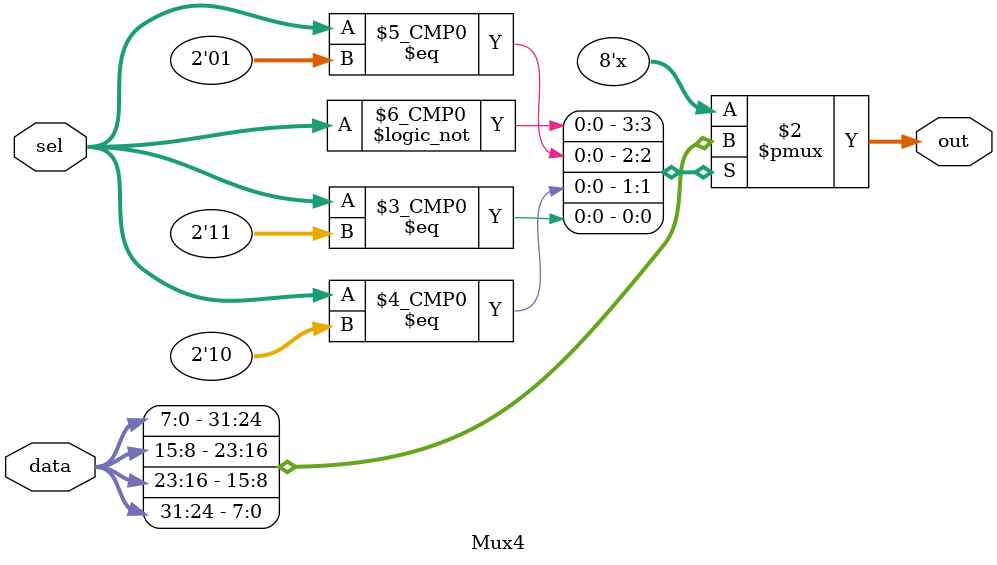
<source format=v>
`timescale 1ns / 1ps


module Mux4(out,data,sel);
    input [31:0] data;
    input [1:0]sel;
    output reg [7:0] out;
    always @(sel or data)
    begin
        case (sel)
            2'b00 :  out = data[7:0];
            2'b01 :  out = data[15:8];
            2'b10 :  out = data[23:16];
            2'b11 : out = data[31:24];
            
            default;
        endcase
    end
endmodule
</source>
